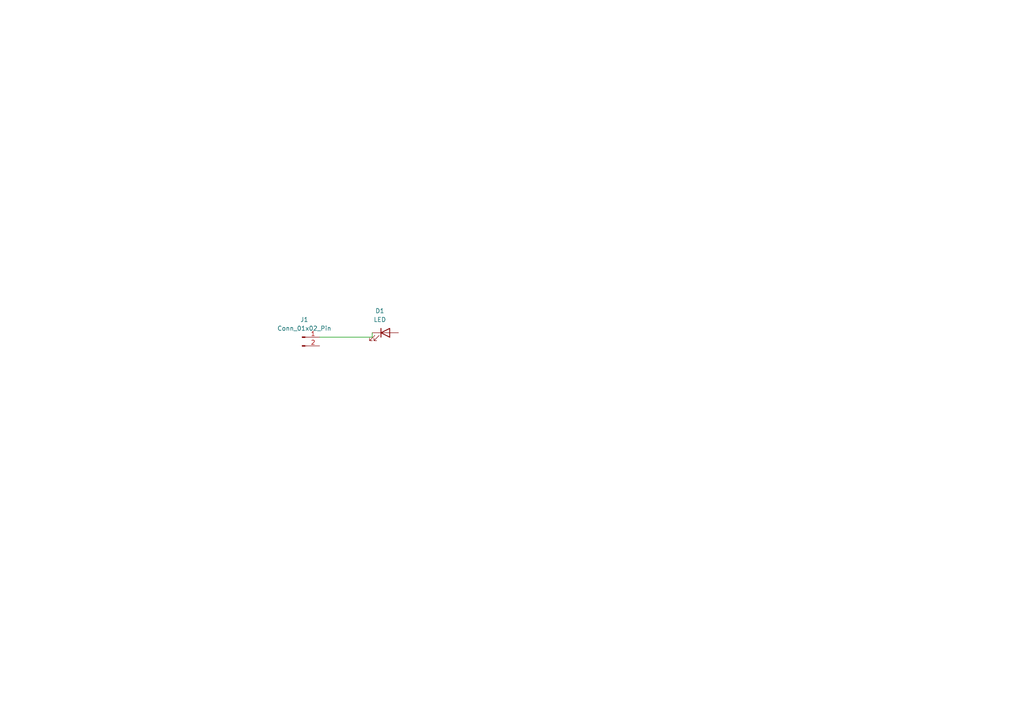
<source format=kicad_sch>
(kicad_sch (version 20231120) (generator "eeschema") (generator_version "8.0")
  (paper "A4")
  (lib_symbols
    (symbol "Connector:Conn_01x02_Pin" (pin_names (offset 1.016) hide)
      (property "Reference" "J" (at 0 2.54 0))
      (property "Value" "Conn_01x02_Pin" (at 0 -5.08 0))
      (symbol "Conn_01x02_Pin_1_1"
        (polyline (pts (xy 1.27 -2.54) (xy 0.8636 -2.54)) (stroke (width 0.1524)))
        (polyline (pts (xy 1.27 0) (xy 0.8636 0)) (stroke (width 0.1524)))
        (rectangle (start 0.8636 -2.413) (end 0 -2.667) (stroke (width 0.1524)) (fill (type outline)))
        (rectangle (start 0.8636 0.127) (end 0 -0.127) (stroke (width 0.1524)) (fill (type outline)))
        (pin passive line (at 5.08 0 180) (length 3.81) (name "Pin_1") (number "1"))
        (pin passive line (at 5.08 -2.54 180) (length 3.81) (name "Pin_2") (number "2"))
      )
    )
    (symbol "Device:LED" (pin_numbers hide) (pin_names (offset 1.016) hide)
      (property "Reference" "D" (at 0 2.54 0))
      (property "Value" "LED" (at 0 -2.54 0))
      (symbol "LED_0_1"
        (polyline (pts (xy -1.27 -1.27) (xy -1.27 1.27)) (stroke (width 0.254)))
        (polyline (pts (xy -1.27 0) (xy 1.27 0)))
        (polyline (pts (xy 1.27 -1.27) (xy 1.27 1.27) (xy -1.27 0) (xy 1.27 -1.27)) (stroke (width 0.254)))
        (polyline (pts (xy -3.048 -0.762) (xy -4.572 -2.286) (xy -3.81 -2.286) (xy -4.572 -2.286) (xy -4.572 -1.524)))
        (polyline (pts (xy -1.778 -0.762) (xy -3.302 -2.286) (xy -2.54 -2.286) (xy -3.302 -2.286) (xy -3.302 -1.524)))
      )
      (symbol "LED_1_1"
        (pin passive line (at -3.81 0 0) (length 2.54) (name "K") (number "1"))
        (pin passive line (at 3.81 0 180) (length 2.54) (name "A") (number "2"))
      )
    )
  )
  (wire (pts (xy 107.95 97.79) (xy 107.95 96.52)))
  (wire (pts (xy 92.71 97.79) (xy 107.95 97.79)))
  (symbol (lib_id "Connector:Conn_01x02_Pin") (at 87.63 97.79 0) (unit 1)
    (property "Reference" "J1" (at 88.265 92.71 0))
    (property "Value" "Conn_01x02_Pin" (at 88.265 95.25 0))
    (property "Footprint" "Connector_PinHeader_1.00mm:PinHeader_1x02_P1.00mm_Vertical" (effects (hide yes)))
    (property "Description" "Generic connector, single row, 01x02, script generated" (effects (hide yes)))
  )
  (symbol (lib_id "Device:LED") (at 111.76 96.52 0) (unit 1)
    (property "Reference" "D1" (at 110.1725 90.17 0))
    (property "Value" "LED" (at 110.1725 92.71 0))
    (property "Footprint" "LED_THT:LED_D3.0mm" (effects (hide yes)))
    (property "Description" "Light emitting diode" (effects (hide yes)))
  )
)
</source>
